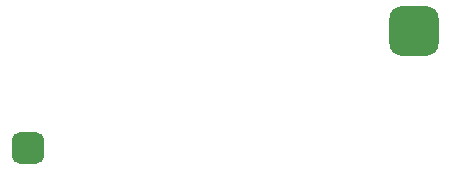
<source format=gbs>
G04*
G04 #@! TF.GenerationSoftware,Altium Limited,Altium Designer,22.9.1 (49)*
G04*
G04 Layer_Color=16711935*
%FSLAX25Y25*%
%MOIN*%
G70*
G04*
G04 #@! TF.SameCoordinates,7F83523E-A3D8-4692-9F7C-F7BD391A3CC7*
G04*
G04*
G04 #@! TF.FilePolarity,Negative*
G04*
G01*
G75*
G04:AMPARAMS|DCode=26|XSize=165.48mil|YSize=165.48mil|CornerRadius=43.37mil|HoleSize=0mil|Usage=FLASHONLY|Rotation=0.000|XOffset=0mil|YOffset=0mil|HoleType=Round|Shape=RoundedRectangle|*
%AMROUNDEDRECTD26*
21,1,0.16548,0.07874,0,0,0.0*
21,1,0.07874,0.16548,0,0,0.0*
1,1,0.08674,0.03937,-0.03937*
1,1,0.08674,-0.03937,-0.03937*
1,1,0.08674,-0.03937,0.03937*
1,1,0.08674,0.03937,0.03937*
%
%ADD26ROUNDEDRECTD26*%
G04:AMPARAMS|DCode=27|XSize=106.42mil|YSize=106.42mil|CornerRadius=28.61mil|HoleSize=0mil|Usage=FLASHONLY|Rotation=0.000|XOffset=0mil|YOffset=0mil|HoleType=Round|Shape=RoundedRectangle|*
%AMROUNDEDRECTD27*
21,1,0.10642,0.04921,0,0,0.0*
21,1,0.04921,0.10642,0,0,0.0*
1,1,0.05721,0.02461,-0.02461*
1,1,0.05721,-0.02461,-0.02461*
1,1,0.05721,-0.02461,0.02461*
1,1,0.05721,0.02461,0.02461*
%
%ADD27ROUNDEDRECTD27*%
D26*
X561500Y385500D02*
D03*
D27*
X433000Y346500D02*
D03*
M02*

</source>
